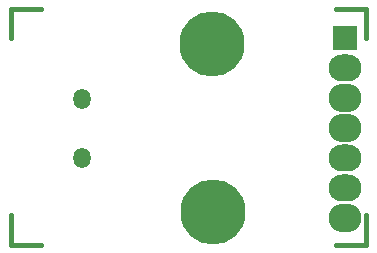
<source format=gbs>
G04 #@! TF.FileFunction,Soldermask,Bot*
%FSLAX46Y46*%
G04 Gerber Fmt 4.6, Leading zero omitted, Abs format (unit mm)*
G04 Created by KiCad (PCBNEW (2015-01-16 BZR 5376)-product) date 7/2/2015 3:57:03 PM*
%MOMM*%
G01*
G04 APERTURE LIST*
%ADD10C,0.150000*%
%ADD11C,0.381000*%
%ADD12O,1.458000X1.758000*%
%ADD13C,5.508000*%
%ADD14R,2.159000X2.159000*%
%ADD15O,2.794000X2.286000*%
%ADD16O,2.794000X2.413000*%
G04 APERTURE END LIST*
D10*
D11*
X28500000Y-39500000D02*
X28500000Y-37000000D01*
X28500000Y-39500000D02*
X31000000Y-39500000D01*
X58500000Y-39500000D02*
X56000000Y-39500000D01*
X58500000Y-39500000D02*
X58500000Y-37000000D01*
X28500000Y-19500000D02*
X28500000Y-22000000D01*
X28500000Y-19500000D02*
X31000000Y-19500000D01*
X58500000Y-19500000D02*
X58500000Y-22000000D01*
X58500000Y-19500000D02*
X56000000Y-19500000D01*
D12*
X34470540Y-27127100D03*
X34470540Y-32127100D03*
D13*
X45608000Y-36740000D03*
X45500000Y-22500000D03*
D14*
X56784000Y-22008000D03*
D15*
X56784000Y-24548000D03*
D16*
X56784000Y-27088000D03*
X56784000Y-29628000D03*
D15*
X56784000Y-32168000D03*
X56784000Y-34708000D03*
D16*
X56784000Y-37248000D03*
M02*

</source>
